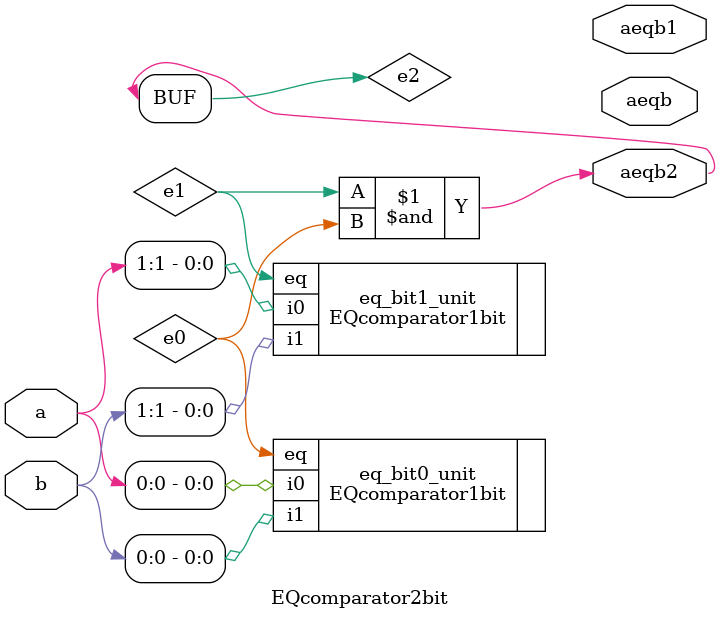
<source format=v>
module EQcomparator2bit
   (
    input  wire[1:0] a, b,		// a adn b are the two 2-bit numbers to compare
    output wire aeqb, aeqb1, aeqb2			// single bit output. Should be high if a adn b the same
   );

   // internal signal declaration, used to wire outpus of the 1 bit comparators
   wire e0, e1, e2;

   // body
   // instantiate two 1-bit comparators that we already know are tested and work
   // named instantiation allows us to change order of ports.
   EQcomparator1bit eq_bit0_unit (.i0(a[0]), .i1(b[0]), .eq(e0));
   EQcomparator1bit eq_bit1_unit (.i0(a[1]), .i1(b[1]), .eq(e1));
   assign e2 = e1 & e0;

   // a and b are equal if individual bits are equal, which comes from the 1-bit comparators
   assign aeqb2 = e2;
   
   

endmodule
</source>
